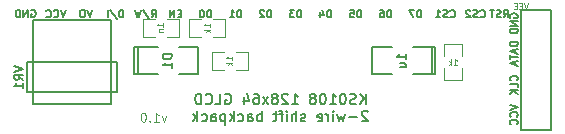
<source format=gbo>
G04 (created by PCBNEW (2013-07-07 BZR 4022)-stable) date 2/6/2016 8:58:51 PM*
%MOIN*%
G04 Gerber Fmt 3.4, Leading zero omitted, Abs format*
%FSLAX34Y34*%
G01*
G70*
G90*
G04 APERTURE LIST*
%ADD10C,0.00590551*%
%ADD11C,0.004*%
%ADD12C,0.005*%
%ADD13C,0.0075*%
%ADD14C,0.0039*%
G04 APERTURE END LIST*
G54D10*
G54D11*
X10247Y-280D02*
X10180Y-480D01*
X10114Y-280D01*
X10047Y-376D02*
X9980Y-376D01*
X9952Y-480D02*
X10047Y-480D01*
X10047Y-280D01*
X9952Y-280D01*
X9866Y-376D02*
X9799Y-376D01*
X9771Y-480D02*
X9866Y-480D01*
X9866Y-280D01*
X9771Y-280D01*
G54D12*
X9436Y-751D02*
X9520Y-632D01*
X9579Y-751D02*
X9579Y-501D01*
X9484Y-501D01*
X9460Y-513D01*
X9448Y-525D01*
X9436Y-548D01*
X9436Y-584D01*
X9448Y-608D01*
X9460Y-620D01*
X9484Y-632D01*
X9579Y-632D01*
X9341Y-739D02*
X9305Y-751D01*
X9246Y-751D01*
X9222Y-739D01*
X9210Y-727D01*
X9198Y-703D01*
X9198Y-679D01*
X9210Y-655D01*
X9222Y-644D01*
X9246Y-632D01*
X9294Y-620D01*
X9317Y-608D01*
X9329Y-596D01*
X9341Y-572D01*
X9341Y-548D01*
X9329Y-525D01*
X9317Y-513D01*
X9294Y-501D01*
X9234Y-501D01*
X9198Y-513D01*
X9127Y-501D02*
X8984Y-501D01*
X9055Y-751D02*
X9055Y-501D01*
X8660Y-727D02*
X8672Y-739D01*
X8708Y-751D01*
X8732Y-751D01*
X8767Y-739D01*
X8791Y-715D01*
X8803Y-691D01*
X8815Y-644D01*
X8815Y-608D01*
X8803Y-560D01*
X8791Y-536D01*
X8767Y-513D01*
X8732Y-501D01*
X8708Y-501D01*
X8672Y-513D01*
X8660Y-525D01*
X8565Y-739D02*
X8529Y-751D01*
X8470Y-751D01*
X8446Y-739D01*
X8434Y-727D01*
X8422Y-703D01*
X8422Y-679D01*
X8434Y-655D01*
X8446Y-644D01*
X8470Y-632D01*
X8517Y-620D01*
X8541Y-608D01*
X8553Y-596D01*
X8565Y-572D01*
X8565Y-548D01*
X8553Y-525D01*
X8541Y-513D01*
X8517Y-501D01*
X8458Y-501D01*
X8422Y-513D01*
X8327Y-525D02*
X8315Y-513D01*
X8291Y-501D01*
X8232Y-501D01*
X8208Y-513D01*
X8196Y-525D01*
X8184Y-548D01*
X8184Y-572D01*
X8196Y-608D01*
X8339Y-751D01*
X8184Y-751D01*
X7660Y-727D02*
X7672Y-739D01*
X7708Y-751D01*
X7732Y-751D01*
X7767Y-739D01*
X7791Y-715D01*
X7803Y-691D01*
X7815Y-644D01*
X7815Y-608D01*
X7803Y-560D01*
X7791Y-536D01*
X7767Y-513D01*
X7732Y-501D01*
X7708Y-501D01*
X7672Y-513D01*
X7660Y-525D01*
X7565Y-739D02*
X7529Y-751D01*
X7470Y-751D01*
X7446Y-739D01*
X7434Y-727D01*
X7422Y-703D01*
X7422Y-679D01*
X7434Y-655D01*
X7446Y-644D01*
X7470Y-632D01*
X7517Y-620D01*
X7541Y-608D01*
X7553Y-596D01*
X7565Y-572D01*
X7565Y-548D01*
X7553Y-525D01*
X7541Y-513D01*
X7517Y-501D01*
X7458Y-501D01*
X7422Y-513D01*
X7184Y-751D02*
X7327Y-751D01*
X7255Y-751D02*
X7255Y-501D01*
X7279Y-536D01*
X7303Y-560D01*
X7327Y-572D01*
X6684Y-751D02*
X6684Y-501D01*
X6625Y-501D01*
X6589Y-513D01*
X6565Y-536D01*
X6553Y-560D01*
X6541Y-608D01*
X6541Y-644D01*
X6553Y-691D01*
X6565Y-715D01*
X6589Y-739D01*
X6625Y-751D01*
X6684Y-751D01*
X6458Y-501D02*
X6291Y-501D01*
X6398Y-751D01*
X5684Y-751D02*
X5684Y-501D01*
X5625Y-501D01*
X5589Y-513D01*
X5565Y-536D01*
X5553Y-560D01*
X5541Y-608D01*
X5541Y-644D01*
X5553Y-691D01*
X5565Y-715D01*
X5589Y-739D01*
X5625Y-751D01*
X5684Y-751D01*
X5327Y-501D02*
X5375Y-501D01*
X5398Y-513D01*
X5410Y-525D01*
X5434Y-560D01*
X5446Y-608D01*
X5446Y-703D01*
X5434Y-727D01*
X5422Y-739D01*
X5398Y-751D01*
X5351Y-751D01*
X5327Y-739D01*
X5315Y-727D01*
X5303Y-703D01*
X5303Y-644D01*
X5315Y-620D01*
X5327Y-608D01*
X5351Y-596D01*
X5398Y-596D01*
X5422Y-608D01*
X5434Y-620D01*
X5446Y-644D01*
X4684Y-751D02*
X4684Y-501D01*
X4625Y-501D01*
X4589Y-513D01*
X4565Y-536D01*
X4553Y-560D01*
X4541Y-608D01*
X4541Y-644D01*
X4553Y-691D01*
X4565Y-715D01*
X4589Y-739D01*
X4625Y-751D01*
X4684Y-751D01*
X4315Y-501D02*
X4434Y-501D01*
X4446Y-620D01*
X4434Y-608D01*
X4410Y-596D01*
X4351Y-596D01*
X4327Y-608D01*
X4315Y-620D01*
X4303Y-644D01*
X4303Y-703D01*
X4315Y-727D01*
X4327Y-739D01*
X4351Y-751D01*
X4410Y-751D01*
X4434Y-739D01*
X4446Y-727D01*
X3684Y-751D02*
X3684Y-501D01*
X3625Y-501D01*
X3589Y-513D01*
X3565Y-536D01*
X3553Y-560D01*
X3541Y-608D01*
X3541Y-644D01*
X3553Y-691D01*
X3565Y-715D01*
X3589Y-739D01*
X3625Y-751D01*
X3684Y-751D01*
X3327Y-584D02*
X3327Y-751D01*
X3386Y-489D02*
X3446Y-667D01*
X3291Y-667D01*
X2684Y-751D02*
X2684Y-501D01*
X2625Y-501D01*
X2589Y-513D01*
X2565Y-536D01*
X2553Y-560D01*
X2541Y-608D01*
X2541Y-644D01*
X2553Y-691D01*
X2565Y-715D01*
X2589Y-739D01*
X2625Y-751D01*
X2684Y-751D01*
X2458Y-501D02*
X2303Y-501D01*
X2386Y-596D01*
X2351Y-596D01*
X2327Y-608D01*
X2315Y-620D01*
X2303Y-644D01*
X2303Y-703D01*
X2315Y-727D01*
X2327Y-739D01*
X2351Y-751D01*
X2422Y-751D01*
X2446Y-739D01*
X2458Y-727D01*
X1684Y-751D02*
X1684Y-501D01*
X1625Y-501D01*
X1589Y-513D01*
X1565Y-536D01*
X1553Y-560D01*
X1541Y-608D01*
X1541Y-644D01*
X1553Y-691D01*
X1565Y-715D01*
X1589Y-739D01*
X1625Y-751D01*
X1684Y-751D01*
X1446Y-525D02*
X1434Y-513D01*
X1410Y-501D01*
X1351Y-501D01*
X1327Y-513D01*
X1315Y-525D01*
X1303Y-548D01*
X1303Y-572D01*
X1315Y-608D01*
X1458Y-751D01*
X1303Y-751D01*
X684Y-751D02*
X684Y-501D01*
X625Y-501D01*
X589Y-513D01*
X565Y-536D01*
X553Y-560D01*
X541Y-608D01*
X541Y-644D01*
X553Y-691D01*
X565Y-715D01*
X589Y-739D01*
X625Y-751D01*
X684Y-751D01*
X303Y-751D02*
X446Y-751D01*
X375Y-751D02*
X375Y-501D01*
X398Y-536D01*
X422Y-560D01*
X446Y-572D01*
X-315Y-751D02*
X-315Y-501D01*
X-375Y-501D01*
X-410Y-513D01*
X-434Y-536D01*
X-446Y-560D01*
X-458Y-608D01*
X-458Y-644D01*
X-446Y-691D01*
X-434Y-715D01*
X-410Y-739D01*
X-375Y-751D01*
X-315Y-751D01*
X-613Y-501D02*
X-636Y-501D01*
X-660Y-513D01*
X-672Y-525D01*
X-684Y-548D01*
X-696Y-596D01*
X-696Y-655D01*
X-684Y-703D01*
X-672Y-727D01*
X-660Y-739D01*
X-636Y-751D01*
X-613Y-751D01*
X-589Y-739D01*
X-577Y-727D01*
X-565Y-703D01*
X-553Y-655D01*
X-553Y-596D01*
X-565Y-548D01*
X-577Y-525D01*
X-589Y-513D01*
X-613Y-501D01*
X-1315Y-620D02*
X-1398Y-620D01*
X-1434Y-751D02*
X-1315Y-751D01*
X-1315Y-501D01*
X-1434Y-501D01*
X-1541Y-751D02*
X-1541Y-501D01*
X-1684Y-751D01*
X-1684Y-501D01*
X-2303Y-751D02*
X-2220Y-632D01*
X-2160Y-751D02*
X-2160Y-501D01*
X-2255Y-501D01*
X-2279Y-513D01*
X-2291Y-525D01*
X-2303Y-548D01*
X-2303Y-584D01*
X-2291Y-608D01*
X-2279Y-620D01*
X-2255Y-632D01*
X-2160Y-632D01*
X-2589Y-489D02*
X-2375Y-810D01*
X-2648Y-501D02*
X-2708Y-751D01*
X-2755Y-572D01*
X-2803Y-751D01*
X-2863Y-501D01*
X-3244Y-751D02*
X-3244Y-501D01*
X-3303Y-501D01*
X-3339Y-513D01*
X-3363Y-536D01*
X-3375Y-560D01*
X-3386Y-608D01*
X-3386Y-644D01*
X-3375Y-691D01*
X-3363Y-715D01*
X-3339Y-739D01*
X-3303Y-751D01*
X-3244Y-751D01*
X-3672Y-489D02*
X-3458Y-810D01*
X-3755Y-751D02*
X-3755Y-501D01*
X-4285Y-501D02*
X-4369Y-751D01*
X-4452Y-501D01*
X-4583Y-501D02*
X-4630Y-501D01*
X-4654Y-513D01*
X-4678Y-536D01*
X-4690Y-584D01*
X-4690Y-667D01*
X-4678Y-715D01*
X-4654Y-739D01*
X-4630Y-751D01*
X-4583Y-751D01*
X-4559Y-739D01*
X-4535Y-715D01*
X-4523Y-667D01*
X-4523Y-584D01*
X-4535Y-536D01*
X-4559Y-513D01*
X-4583Y-501D01*
X-5166Y-501D02*
X-5250Y-751D01*
X-5333Y-501D01*
X-5559Y-727D02*
X-5547Y-739D01*
X-5511Y-751D01*
X-5488Y-751D01*
X-5452Y-739D01*
X-5428Y-715D01*
X-5416Y-691D01*
X-5404Y-644D01*
X-5404Y-608D01*
X-5416Y-560D01*
X-5428Y-536D01*
X-5452Y-513D01*
X-5488Y-501D01*
X-5511Y-501D01*
X-5547Y-513D01*
X-5559Y-525D01*
X-5809Y-727D02*
X-5797Y-739D01*
X-5761Y-751D01*
X-5738Y-751D01*
X-5702Y-739D01*
X-5678Y-715D01*
X-5666Y-691D01*
X-5654Y-644D01*
X-5654Y-608D01*
X-5666Y-560D01*
X-5678Y-536D01*
X-5702Y-513D01*
X-5738Y-501D01*
X-5761Y-501D01*
X-5797Y-513D01*
X-5809Y-525D01*
X-6309Y-513D02*
X-6285Y-501D01*
X-6250Y-501D01*
X-6214Y-513D01*
X-6190Y-536D01*
X-6178Y-560D01*
X-6166Y-608D01*
X-6166Y-644D01*
X-6178Y-691D01*
X-6190Y-715D01*
X-6214Y-739D01*
X-6250Y-751D01*
X-6273Y-751D01*
X-6309Y-739D01*
X-6321Y-727D01*
X-6321Y-644D01*
X-6273Y-644D01*
X-6428Y-751D02*
X-6428Y-501D01*
X-6571Y-751D01*
X-6571Y-501D01*
X-6690Y-751D02*
X-6690Y-501D01*
X-6750Y-501D01*
X-6785Y-513D01*
X-6809Y-536D01*
X-6821Y-560D01*
X-6833Y-608D01*
X-6833Y-644D01*
X-6821Y-691D01*
X-6809Y-715D01*
X-6785Y-739D01*
X-6750Y-751D01*
X-6690Y-751D01*
G54D11*
X-1821Y-4021D02*
X-1892Y-4221D01*
X-1964Y-4021D01*
X-2235Y-4221D02*
X-2064Y-4221D01*
X-2150Y-4221D02*
X-2150Y-3921D01*
X-2121Y-3964D01*
X-2092Y-3992D01*
X-2064Y-4007D01*
X-2364Y-4192D02*
X-2378Y-4207D01*
X-2364Y-4221D01*
X-2350Y-4207D01*
X-2364Y-4192D01*
X-2364Y-4221D01*
X-2564Y-3921D02*
X-2592Y-3921D01*
X-2621Y-3935D01*
X-2635Y-3950D01*
X-2650Y-3978D01*
X-2664Y-4035D01*
X-2664Y-4107D01*
X-2650Y-4164D01*
X-2635Y-4192D01*
X-2621Y-4207D01*
X-2592Y-4221D01*
X-2564Y-4221D01*
X-2535Y-4207D01*
X-2521Y-4192D01*
X-2507Y-4164D01*
X-2492Y-4107D01*
X-2492Y-4035D01*
X-2507Y-3978D01*
X-2521Y-3950D01*
X-2535Y-3935D01*
X-2564Y-3921D01*
G54D12*
X9877Y-2851D02*
X9889Y-2839D01*
X9901Y-2803D01*
X9901Y-2779D01*
X9889Y-2744D01*
X9865Y-2720D01*
X9841Y-2708D01*
X9794Y-2696D01*
X9758Y-2696D01*
X9710Y-2708D01*
X9686Y-2720D01*
X9663Y-2744D01*
X9651Y-2779D01*
X9651Y-2803D01*
X9663Y-2839D01*
X9675Y-2851D01*
X9901Y-3077D02*
X9901Y-2958D01*
X9651Y-2958D01*
X9901Y-3160D02*
X9651Y-3160D01*
X9901Y-3303D02*
X9758Y-3196D01*
X9651Y-3303D02*
X9794Y-3160D01*
G54D13*
X4833Y-3641D02*
X4833Y-3291D01*
X4633Y-3641D02*
X4783Y-3441D01*
X4633Y-3291D02*
X4833Y-3491D01*
X4500Y-3625D02*
X4450Y-3641D01*
X4366Y-3641D01*
X4333Y-3625D01*
X4316Y-3608D01*
X4300Y-3575D01*
X4300Y-3541D01*
X4316Y-3508D01*
X4333Y-3491D01*
X4366Y-3475D01*
X4433Y-3458D01*
X4466Y-3441D01*
X4483Y-3425D01*
X4500Y-3391D01*
X4500Y-3358D01*
X4483Y-3325D01*
X4466Y-3308D01*
X4433Y-3291D01*
X4350Y-3291D01*
X4300Y-3308D01*
X4083Y-3291D02*
X4050Y-3291D01*
X4016Y-3308D01*
X4000Y-3325D01*
X3983Y-3358D01*
X3966Y-3425D01*
X3966Y-3508D01*
X3983Y-3575D01*
X4000Y-3608D01*
X4016Y-3625D01*
X4050Y-3641D01*
X4083Y-3641D01*
X4116Y-3625D01*
X4133Y-3608D01*
X4150Y-3575D01*
X4166Y-3508D01*
X4166Y-3425D01*
X4150Y-3358D01*
X4133Y-3325D01*
X4116Y-3308D01*
X4083Y-3291D01*
X3633Y-3641D02*
X3833Y-3641D01*
X3733Y-3641D02*
X3733Y-3291D01*
X3766Y-3341D01*
X3800Y-3375D01*
X3833Y-3391D01*
X3416Y-3291D02*
X3383Y-3291D01*
X3350Y-3308D01*
X3333Y-3325D01*
X3316Y-3358D01*
X3300Y-3425D01*
X3300Y-3508D01*
X3316Y-3575D01*
X3333Y-3608D01*
X3350Y-3625D01*
X3383Y-3641D01*
X3416Y-3641D01*
X3450Y-3625D01*
X3466Y-3608D01*
X3483Y-3575D01*
X3500Y-3508D01*
X3500Y-3425D01*
X3483Y-3358D01*
X3466Y-3325D01*
X3450Y-3308D01*
X3416Y-3291D01*
X3100Y-3441D02*
X3133Y-3425D01*
X3150Y-3408D01*
X3166Y-3375D01*
X3166Y-3358D01*
X3150Y-3325D01*
X3133Y-3308D01*
X3100Y-3291D01*
X3033Y-3291D01*
X3000Y-3308D01*
X2983Y-3325D01*
X2966Y-3358D01*
X2966Y-3375D01*
X2983Y-3408D01*
X3000Y-3425D01*
X3033Y-3441D01*
X3100Y-3441D01*
X3133Y-3458D01*
X3150Y-3475D01*
X3166Y-3508D01*
X3166Y-3575D01*
X3150Y-3608D01*
X3133Y-3625D01*
X3100Y-3641D01*
X3033Y-3641D01*
X3000Y-3625D01*
X2983Y-3608D01*
X2966Y-3575D01*
X2966Y-3508D01*
X2983Y-3475D01*
X3000Y-3458D01*
X3033Y-3441D01*
X2366Y-3641D02*
X2566Y-3641D01*
X2466Y-3641D02*
X2466Y-3291D01*
X2500Y-3341D01*
X2533Y-3375D01*
X2566Y-3391D01*
X2233Y-3325D02*
X2216Y-3308D01*
X2183Y-3291D01*
X2100Y-3291D01*
X2066Y-3308D01*
X2050Y-3325D01*
X2033Y-3358D01*
X2033Y-3391D01*
X2050Y-3441D01*
X2250Y-3641D01*
X2033Y-3641D01*
X1833Y-3441D02*
X1866Y-3425D01*
X1883Y-3408D01*
X1900Y-3375D01*
X1900Y-3358D01*
X1883Y-3325D01*
X1866Y-3308D01*
X1833Y-3291D01*
X1766Y-3291D01*
X1733Y-3308D01*
X1716Y-3325D01*
X1700Y-3358D01*
X1700Y-3375D01*
X1716Y-3408D01*
X1733Y-3425D01*
X1766Y-3441D01*
X1833Y-3441D01*
X1866Y-3458D01*
X1883Y-3475D01*
X1900Y-3508D01*
X1900Y-3575D01*
X1883Y-3608D01*
X1866Y-3625D01*
X1833Y-3641D01*
X1766Y-3641D01*
X1733Y-3625D01*
X1716Y-3608D01*
X1700Y-3575D01*
X1700Y-3508D01*
X1716Y-3475D01*
X1733Y-3458D01*
X1766Y-3441D01*
X1583Y-3641D02*
X1399Y-3408D01*
X1583Y-3408D02*
X1399Y-3641D01*
X1116Y-3291D02*
X1183Y-3291D01*
X1216Y-3308D01*
X1233Y-3325D01*
X1266Y-3375D01*
X1283Y-3441D01*
X1283Y-3575D01*
X1266Y-3608D01*
X1249Y-3625D01*
X1216Y-3641D01*
X1149Y-3641D01*
X1116Y-3625D01*
X1099Y-3608D01*
X1083Y-3575D01*
X1083Y-3491D01*
X1099Y-3458D01*
X1116Y-3441D01*
X1149Y-3425D01*
X1216Y-3425D01*
X1249Y-3441D01*
X1266Y-3458D01*
X1283Y-3491D01*
X783Y-3408D02*
X783Y-3641D01*
X866Y-3275D02*
X949Y-3525D01*
X733Y-3525D01*
X149Y-3308D02*
X183Y-3291D01*
X233Y-3291D01*
X283Y-3308D01*
X316Y-3341D01*
X333Y-3375D01*
X349Y-3441D01*
X349Y-3491D01*
X333Y-3558D01*
X316Y-3591D01*
X283Y-3625D01*
X233Y-3641D01*
X199Y-3641D01*
X149Y-3625D01*
X133Y-3608D01*
X133Y-3491D01*
X199Y-3491D01*
X-183Y-3641D02*
X-16Y-3641D01*
X-16Y-3291D01*
X-500Y-3608D02*
X-483Y-3625D01*
X-433Y-3641D01*
X-400Y-3641D01*
X-350Y-3625D01*
X-316Y-3591D01*
X-300Y-3558D01*
X-283Y-3491D01*
X-283Y-3441D01*
X-300Y-3375D01*
X-316Y-3341D01*
X-350Y-3308D01*
X-400Y-3291D01*
X-433Y-3291D01*
X-483Y-3308D01*
X-500Y-3325D01*
X-650Y-3641D02*
X-650Y-3291D01*
X-733Y-3291D01*
X-783Y-3308D01*
X-816Y-3341D01*
X-833Y-3375D01*
X-850Y-3441D01*
X-850Y-3491D01*
X-833Y-3558D01*
X-816Y-3591D01*
X-783Y-3625D01*
X-733Y-3641D01*
X-650Y-3641D01*
X4908Y-3890D02*
X4891Y-3873D01*
X4858Y-3856D01*
X4774Y-3856D01*
X4741Y-3873D01*
X4724Y-3890D01*
X4708Y-3923D01*
X4708Y-3956D01*
X4724Y-4006D01*
X4924Y-4206D01*
X4708Y-4206D01*
X4558Y-4073D02*
X4291Y-4073D01*
X4158Y-3973D02*
X4091Y-4206D01*
X4024Y-4040D01*
X3958Y-4206D01*
X3891Y-3973D01*
X3758Y-4206D02*
X3758Y-3973D01*
X3758Y-3856D02*
X3774Y-3873D01*
X3758Y-3890D01*
X3741Y-3873D01*
X3758Y-3856D01*
X3758Y-3890D01*
X3591Y-4206D02*
X3591Y-3973D01*
X3591Y-4040D02*
X3574Y-4006D01*
X3558Y-3990D01*
X3524Y-3973D01*
X3491Y-3973D01*
X3241Y-4190D02*
X3274Y-4206D01*
X3341Y-4206D01*
X3374Y-4190D01*
X3391Y-4156D01*
X3391Y-4023D01*
X3374Y-3990D01*
X3341Y-3973D01*
X3274Y-3973D01*
X3241Y-3990D01*
X3224Y-4023D01*
X3224Y-4056D01*
X3391Y-4090D01*
X2825Y-4190D02*
X2791Y-4206D01*
X2725Y-4206D01*
X2691Y-4190D01*
X2675Y-4156D01*
X2675Y-4140D01*
X2691Y-4106D01*
X2725Y-4090D01*
X2775Y-4090D01*
X2808Y-4073D01*
X2825Y-4040D01*
X2825Y-4023D01*
X2808Y-3990D01*
X2775Y-3973D01*
X2725Y-3973D01*
X2691Y-3990D01*
X2524Y-4206D02*
X2524Y-3856D01*
X2374Y-4206D02*
X2374Y-4023D01*
X2391Y-3990D01*
X2424Y-3973D01*
X2474Y-3973D01*
X2508Y-3990D01*
X2524Y-4006D01*
X2208Y-4206D02*
X2208Y-3973D01*
X2208Y-3856D02*
X2225Y-3873D01*
X2208Y-3890D01*
X2191Y-3873D01*
X2208Y-3856D01*
X2208Y-3890D01*
X2091Y-3973D02*
X1958Y-3973D01*
X2041Y-4206D02*
X2041Y-3906D01*
X2025Y-3873D01*
X1991Y-3856D01*
X1958Y-3856D01*
X1891Y-3973D02*
X1758Y-3973D01*
X1841Y-3856D02*
X1841Y-4156D01*
X1825Y-4190D01*
X1791Y-4206D01*
X1758Y-4206D01*
X1375Y-4206D02*
X1375Y-3856D01*
X1375Y-3990D02*
X1341Y-3973D01*
X1275Y-3973D01*
X1241Y-3990D01*
X1225Y-4006D01*
X1208Y-4040D01*
X1208Y-4140D01*
X1225Y-4173D01*
X1241Y-4190D01*
X1275Y-4206D01*
X1341Y-4206D01*
X1375Y-4190D01*
X908Y-4206D02*
X908Y-4023D01*
X925Y-3990D01*
X958Y-3973D01*
X1025Y-3973D01*
X1058Y-3990D01*
X908Y-4190D02*
X941Y-4206D01*
X1025Y-4206D01*
X1058Y-4190D01*
X1075Y-4156D01*
X1075Y-4123D01*
X1058Y-4090D01*
X1025Y-4073D01*
X941Y-4073D01*
X908Y-4056D01*
X591Y-4190D02*
X625Y-4206D01*
X691Y-4206D01*
X725Y-4190D01*
X741Y-4173D01*
X758Y-4140D01*
X758Y-4040D01*
X741Y-4006D01*
X725Y-3990D01*
X691Y-3973D01*
X625Y-3973D01*
X591Y-3990D01*
X441Y-4206D02*
X441Y-3856D01*
X408Y-4073D02*
X308Y-4206D01*
X308Y-3973D02*
X441Y-4106D01*
X158Y-3973D02*
X158Y-4323D01*
X158Y-3990D02*
X125Y-3973D01*
X58Y-3973D01*
X25Y-3990D01*
X8Y-4006D01*
X-8Y-4040D01*
X-8Y-4140D01*
X8Y-4173D01*
X25Y-4190D01*
X58Y-4206D01*
X125Y-4206D01*
X158Y-4190D01*
X-308Y-4206D02*
X-308Y-4023D01*
X-291Y-3990D01*
X-258Y-3973D01*
X-191Y-3973D01*
X-158Y-3990D01*
X-308Y-4190D02*
X-274Y-4206D01*
X-191Y-4206D01*
X-158Y-4190D01*
X-141Y-4156D01*
X-141Y-4123D01*
X-158Y-4090D01*
X-191Y-4073D01*
X-274Y-4073D01*
X-308Y-4056D01*
X-624Y-4190D02*
X-591Y-4206D01*
X-524Y-4206D01*
X-491Y-4190D01*
X-474Y-4173D01*
X-458Y-4140D01*
X-458Y-4040D01*
X-474Y-4006D01*
X-491Y-3990D01*
X-524Y-3973D01*
X-591Y-3973D01*
X-624Y-3990D01*
X-774Y-4206D02*
X-774Y-3856D01*
X-808Y-4073D02*
X-908Y-4206D01*
X-908Y-3973D02*
X-774Y-4106D01*
G54D12*
X9901Y-1574D02*
X9651Y-1574D01*
X9651Y-1634D01*
X9663Y-1670D01*
X9686Y-1694D01*
X9710Y-1705D01*
X9758Y-1717D01*
X9794Y-1717D01*
X9841Y-1705D01*
X9865Y-1694D01*
X9889Y-1670D01*
X9901Y-1634D01*
X9901Y-1574D01*
X9829Y-1813D02*
X9829Y-1932D01*
X9901Y-1789D02*
X9651Y-1872D01*
X9901Y-1955D01*
X9651Y-2003D02*
X9651Y-2146D01*
X9901Y-2075D02*
X9651Y-2075D01*
X9829Y-2217D02*
X9829Y-2336D01*
X9901Y-2194D02*
X9651Y-2277D01*
X9901Y-2360D01*
X9651Y-3666D02*
X9901Y-3750D01*
X9651Y-3833D01*
X9877Y-4059D02*
X9889Y-4047D01*
X9901Y-4011D01*
X9901Y-3988D01*
X9889Y-3952D01*
X9865Y-3928D01*
X9841Y-3916D01*
X9794Y-3904D01*
X9758Y-3904D01*
X9710Y-3916D01*
X9686Y-3928D01*
X9663Y-3952D01*
X9651Y-3988D01*
X9651Y-4011D01*
X9663Y-4047D01*
X9675Y-4059D01*
X9877Y-4309D02*
X9889Y-4297D01*
X9901Y-4261D01*
X9901Y-4238D01*
X9889Y-4202D01*
X9865Y-4178D01*
X9841Y-4166D01*
X9794Y-4154D01*
X9758Y-4154D01*
X9710Y-4166D01*
X9686Y-4178D01*
X9663Y-4202D01*
X9651Y-4238D01*
X9651Y-4261D01*
X9663Y-4297D01*
X9675Y-4309D01*
X9663Y-759D02*
X9651Y-735D01*
X9651Y-700D01*
X9663Y-664D01*
X9686Y-640D01*
X9710Y-628D01*
X9758Y-616D01*
X9794Y-616D01*
X9841Y-628D01*
X9865Y-640D01*
X9889Y-664D01*
X9901Y-700D01*
X9901Y-723D01*
X9889Y-759D01*
X9877Y-771D01*
X9794Y-771D01*
X9794Y-723D01*
X9901Y-878D02*
X9651Y-878D01*
X9901Y-1021D01*
X9651Y-1021D01*
X9901Y-1140D02*
X9651Y-1140D01*
X9651Y-1200D01*
X9663Y-1235D01*
X9686Y-1259D01*
X9710Y-1271D01*
X9758Y-1283D01*
X9794Y-1283D01*
X9841Y-1271D01*
X9865Y-1259D01*
X9889Y-1235D01*
X9901Y-1200D01*
X9901Y-1140D01*
G54D14*
X-2200Y-800D02*
X-2600Y-800D01*
X-2600Y-800D02*
X-2600Y-1400D01*
X-2600Y-1400D02*
X-2200Y-1400D01*
X-1800Y-1400D02*
X-1400Y-1400D01*
X-1400Y-1400D02*
X-1400Y-800D01*
X-1400Y-800D02*
X-1800Y-800D01*
X-650Y-800D02*
X-1050Y-800D01*
X-1050Y-800D02*
X-1050Y-1400D01*
X-1050Y-1400D02*
X-650Y-1400D01*
X-250Y-1400D02*
X150Y-1400D01*
X150Y-1400D02*
X150Y-800D01*
X150Y-800D02*
X-250Y-800D01*
X100Y-1900D02*
X-300Y-1900D01*
X-300Y-1900D02*
X-300Y-2500D01*
X-300Y-2500D02*
X100Y-2500D01*
X500Y-2500D02*
X900Y-2500D01*
X900Y-2500D02*
X900Y-1900D01*
X900Y-1900D02*
X500Y-1900D01*
X8050Y-2050D02*
X8050Y-1650D01*
X8050Y-1650D02*
X7450Y-1650D01*
X7450Y-1650D02*
X7450Y-2050D01*
X7450Y-2450D02*
X7450Y-2850D01*
X7450Y-2850D02*
X8050Y-2850D01*
X8050Y-2850D02*
X8050Y-2450D01*
G54D10*
X7050Y-1750D02*
X7150Y-1750D01*
X7150Y-1750D02*
X7150Y-2650D01*
X7150Y-2650D02*
X7050Y-2650D01*
X7050Y-1750D02*
X7050Y-2650D01*
X7050Y-2650D02*
X6400Y-2650D01*
X5700Y-1750D02*
X5050Y-1750D01*
X5050Y-1750D02*
X5050Y-2650D01*
X5050Y-2650D02*
X5700Y-2650D01*
X6400Y-1750D02*
X7050Y-1750D01*
X-2900Y-2650D02*
X-2900Y-1750D01*
X-2750Y-2650D02*
X-2900Y-2650D01*
X-2750Y-1750D02*
X-2900Y-1750D01*
X-750Y-1750D02*
X-750Y-2650D01*
X-750Y-2650D02*
X-1400Y-2650D01*
X-2100Y-1750D02*
X-2750Y-1750D01*
X-2750Y-1750D02*
X-2750Y-2650D01*
X-2750Y-2650D02*
X-2100Y-2650D01*
X-1400Y-1750D02*
X-750Y-1750D01*
X-6450Y-2250D02*
X-6450Y-3250D01*
X-6450Y-3250D02*
X-3450Y-3250D01*
X-3450Y-3250D02*
X-3450Y-2250D01*
X-3450Y-2250D02*
X-6450Y-2250D01*
X10000Y-500D02*
X10000Y-4500D01*
X11000Y-500D02*
X11000Y-4500D01*
X10000Y-4500D02*
X11000Y-4500D01*
X11000Y-500D02*
X10000Y-500D01*
X-3650Y-3650D02*
X-3650Y-850D01*
X-3650Y-850D02*
X-6250Y-850D01*
X-6250Y-850D02*
X-6250Y-3650D01*
X-6250Y-3650D02*
X-3650Y-3650D01*
G54D11*
X-1919Y-1066D02*
X-1919Y-952D01*
X-1919Y-1009D02*
X-2119Y-1009D01*
X-2090Y-990D01*
X-2071Y-971D01*
X-2061Y-952D01*
X-2052Y-1152D02*
X-1919Y-1152D01*
X-2033Y-1152D02*
X-2042Y-1161D01*
X-2052Y-1180D01*
X-2052Y-1209D01*
X-2042Y-1228D01*
X-2023Y-1238D01*
X-1919Y-1238D01*
X-369Y-1076D02*
X-369Y-961D01*
X-369Y-1019D02*
X-569Y-1019D01*
X-540Y-1000D01*
X-521Y-980D01*
X-511Y-961D01*
X-369Y-1161D02*
X-569Y-1161D01*
X-445Y-1180D02*
X-369Y-1238D01*
X-502Y-1238D02*
X-426Y-1161D01*
X380Y-2176D02*
X380Y-2061D01*
X380Y-2119D02*
X180Y-2119D01*
X209Y-2100D01*
X228Y-2080D01*
X238Y-2061D01*
X380Y-2261D02*
X180Y-2261D01*
X304Y-2280D02*
X380Y-2338D01*
X247Y-2338D02*
X323Y-2261D01*
X7773Y-2330D02*
X7888Y-2330D01*
X7830Y-2330D02*
X7830Y-2130D01*
X7850Y-2159D01*
X7869Y-2178D01*
X7888Y-2188D01*
X7688Y-2330D02*
X7688Y-2130D01*
X7669Y-2254D02*
X7611Y-2330D01*
X7611Y-2197D02*
X7688Y-2273D01*
G54D12*
X6171Y-2150D02*
X6171Y-1978D01*
X6171Y-2064D02*
X5871Y-2064D01*
X5914Y-2035D01*
X5942Y-2007D01*
X5957Y-1978D01*
X5971Y-2407D02*
X6171Y-2407D01*
X5971Y-2278D02*
X6128Y-2278D01*
X6157Y-2292D01*
X6171Y-2321D01*
X6171Y-2364D01*
X6157Y-2392D01*
X6142Y-2407D01*
G54D10*
X-1630Y-1982D02*
X-1925Y-1982D01*
X-1925Y-2052D01*
X-1911Y-2094D01*
X-1883Y-2122D01*
X-1855Y-2136D01*
X-1799Y-2150D01*
X-1757Y-2150D01*
X-1700Y-2136D01*
X-1672Y-2122D01*
X-1644Y-2094D01*
X-1630Y-2052D01*
X-1630Y-1982D01*
X-1630Y-2432D02*
X-1630Y-2263D01*
X-1630Y-2347D02*
X-1925Y-2347D01*
X-1883Y-2319D01*
X-1855Y-2291D01*
X-1841Y-2263D01*
X-6875Y-2363D02*
X-6580Y-2461D01*
X-6875Y-2560D01*
X-6580Y-2827D02*
X-6721Y-2728D01*
X-6580Y-2658D02*
X-6875Y-2658D01*
X-6875Y-2771D01*
X-6861Y-2799D01*
X-6847Y-2813D01*
X-6819Y-2827D01*
X-6777Y-2827D01*
X-6749Y-2813D01*
X-6735Y-2799D01*
X-6721Y-2771D01*
X-6721Y-2658D01*
X-6580Y-3108D02*
X-6580Y-2939D01*
X-6580Y-3024D02*
X-6875Y-3024D01*
X-6833Y-2996D01*
X-6805Y-2967D01*
X-6791Y-2939D01*
M02*

</source>
